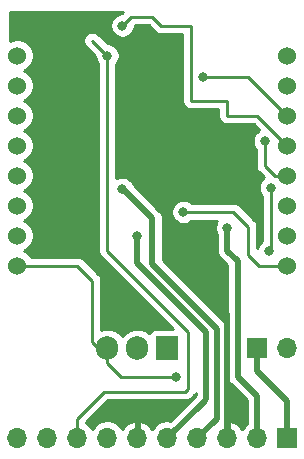
<source format=gbr>
G04 #@! TF.GenerationSoftware,KiCad,Pcbnew,5.1.5+dfsg1-2build2*
G04 #@! TF.CreationDate,2020-08-03T23:06:02+02:00*
G04 #@! TF.ProjectId,transistor_board,7472616e-7369-4737-946f-725f626f6172,rev?*
G04 #@! TF.SameCoordinates,Original*
G04 #@! TF.FileFunction,Copper,L2,Bot*
G04 #@! TF.FilePolarity,Positive*
%FSLAX46Y46*%
G04 Gerber Fmt 4.6, Leading zero omitted, Abs format (unit mm)*
G04 Created by KiCad (PCBNEW 5.1.5+dfsg1-2build2) date 2020-08-03 23:06:02*
%MOMM*%
%LPD*%
G04 APERTURE LIST*
%ADD10O,1.905000X2.000000*%
%ADD11R,1.905000X2.000000*%
%ADD12C,1.524000*%
%ADD13O,1.700000X1.700000*%
%ADD14R,1.700000X1.700000*%
%ADD15C,0.800000*%
%ADD16C,0.500000*%
%ADD17C,0.250000*%
%ADD18C,0.254000*%
G04 APERTURE END LIST*
D10*
X121920000Y-126365000D03*
X124460000Y-126365000D03*
D11*
X127000000Y-126365000D03*
D12*
X114300000Y-119380000D03*
X114300000Y-116840000D03*
X114300000Y-114300000D03*
X114300000Y-111760000D03*
X114300000Y-109220000D03*
X114300000Y-106680000D03*
X114300000Y-104140000D03*
X114300000Y-101600000D03*
X137160000Y-101600000D03*
X137160000Y-104140000D03*
X137160000Y-106680000D03*
X137160000Y-109220000D03*
X137160000Y-111760000D03*
X137160000Y-114300000D03*
X137160000Y-116840000D03*
X137160000Y-119380000D03*
D13*
X137160000Y-126365000D03*
D14*
X134620000Y-126365000D03*
D13*
X114300000Y-133985000D03*
X116840000Y-133985000D03*
X119380000Y-133985000D03*
X121920000Y-133985000D03*
X124460000Y-133985000D03*
X127000000Y-133985000D03*
X129540000Y-133985000D03*
X132080000Y-133985000D03*
X134620000Y-133985000D03*
D14*
X137160000Y-133985000D03*
D15*
X132080000Y-109855000D03*
X124206000Y-109220000D03*
X127508000Y-102616000D03*
X129286000Y-120650000D03*
X128360001Y-114844999D03*
X127762000Y-128778000D03*
X132080000Y-116205000D03*
X121920000Y-101600000D03*
X124460000Y-116840000D03*
X123190000Y-112903000D03*
X135763000Y-112776000D03*
X135636000Y-118109996D03*
X135255000Y-108839000D03*
X130048000Y-103378000D03*
X123190000Y-99060000D03*
D16*
X137160000Y-130810000D02*
X137160000Y-133985000D01*
X134620000Y-128270000D02*
X137160000Y-130810000D01*
X134620000Y-126365000D02*
X134620000Y-128270000D01*
D17*
X127000000Y-109220000D02*
X125730000Y-109220000D01*
X128905000Y-109220000D02*
X128905000Y-109220000D01*
D16*
X131445000Y-109220000D02*
X132080000Y-109855000D01*
D17*
X125730000Y-109220000D02*
X124206000Y-109220000D01*
X124206000Y-109220000D02*
X124206000Y-109220000D01*
X127508000Y-102616000D02*
X127508000Y-102616000D01*
X127508000Y-102616000D02*
X127508000Y-109093000D01*
X132080000Y-123444000D02*
X132080000Y-126238000D01*
D16*
X129286000Y-120650000D02*
X132080000Y-123444000D01*
X127000000Y-109220000D02*
X131445000Y-109220000D01*
X127000000Y-118364000D02*
X127000000Y-109220000D01*
X129286000Y-120650000D02*
X127000000Y-118364000D01*
X132080000Y-123444000D02*
X132080000Y-133985000D01*
D17*
X131535001Y-114844999D02*
X128360001Y-114844999D01*
X128360001Y-114844999D02*
X128360001Y-114844999D01*
X132588000Y-114808000D02*
X131535001Y-114844999D01*
X137160000Y-119380000D02*
X134747000Y-119380000D01*
X133858000Y-118491000D02*
X133858000Y-116078000D01*
X134747000Y-119380000D02*
X133858000Y-118491000D01*
X133858000Y-116078000D02*
X132588000Y-114808000D01*
X121158000Y-126365000D02*
X121920000Y-126365000D01*
X120650000Y-125857000D02*
X121158000Y-126365000D01*
X120650000Y-120650000D02*
X120650000Y-125857000D01*
X119380000Y-119380000D02*
X120650000Y-120650000D01*
X114300000Y-119380000D02*
X119380000Y-119380000D01*
X121920000Y-127615000D02*
X123083000Y-128778000D01*
X121920000Y-126365000D02*
X121920000Y-127615000D01*
X123083000Y-128778000D02*
X127196315Y-128778000D01*
X127196315Y-128778000D02*
X127762000Y-128778000D01*
D16*
X134620000Y-130429000D02*
X134620000Y-133985000D01*
X132969000Y-128778000D02*
X134620000Y-130429000D01*
X132969000Y-118999000D02*
X132969000Y-128778000D01*
X132080000Y-118110000D02*
X132969000Y-118999000D01*
X132080000Y-116205000D02*
X132080000Y-118110000D01*
D17*
X120650000Y-100330000D02*
X121920000Y-101600000D01*
X121920000Y-101600000D02*
X121920000Y-101600000D01*
X119380000Y-133985000D02*
X119380000Y-132782919D01*
X121666000Y-130048000D02*
X119824500Y-131889500D01*
X128524000Y-130048000D02*
X121666000Y-130048000D01*
X128778000Y-129794000D02*
X128524000Y-130048000D01*
X121920000Y-118110000D02*
X128778000Y-124968000D01*
X128778000Y-124968000D02*
X128778000Y-129794000D01*
X121920000Y-101600000D02*
X121920000Y-118110000D01*
X119380000Y-132334000D02*
X119380000Y-133985000D01*
X119824500Y-131889500D02*
X119380000Y-132334000D01*
D16*
X130175000Y-130810000D02*
X127000000Y-133985000D01*
D17*
X130302000Y-130683000D02*
X130175000Y-130810000D01*
D16*
X124460000Y-119126000D02*
X130302000Y-124968000D01*
X130302000Y-124968000D02*
X130302000Y-130683000D01*
X124460000Y-116840000D02*
X124460000Y-119126000D01*
X131191000Y-132334000D02*
X129540000Y-133985000D01*
X131191000Y-124712590D02*
X131191000Y-132334000D01*
X125730000Y-119251590D02*
X131191000Y-124712590D01*
X125730000Y-115385315D02*
X125730000Y-119251590D01*
X123247685Y-112903000D02*
X125730000Y-115385315D01*
D17*
X123247685Y-112903000D02*
X123190000Y-112903000D01*
X135509000Y-118110000D02*
X135509000Y-118110000D01*
X135763000Y-112776000D02*
X135763000Y-117982996D01*
X135763000Y-117982996D02*
X135636000Y-118109996D01*
X136082370Y-111760000D02*
X135255000Y-110932630D01*
X135255000Y-110932630D02*
X135255000Y-108839000D01*
X137160000Y-111760000D02*
X136082370Y-111760000D01*
X130613685Y-103378000D02*
X130048000Y-103378000D01*
X137160000Y-106680000D02*
X133858000Y-103378000D01*
X133858000Y-103378000D02*
X130613685Y-103378000D01*
X123190000Y-99060000D02*
X123190000Y-99060000D01*
X126492000Y-99060000D02*
X125730000Y-98298000D01*
X129032000Y-99060000D02*
X126492000Y-99060000D01*
X129032000Y-105410000D02*
X129032000Y-99060000D01*
X123952000Y-98298000D02*
X123190000Y-99060000D01*
X125730000Y-98298000D02*
X123952000Y-98298000D01*
X132080000Y-105410000D02*
X129032000Y-105410000D01*
X132080000Y-106680000D02*
X132080000Y-105410000D01*
X134620000Y-106680000D02*
X132080000Y-106680000D01*
X137160000Y-109220000D02*
X134620000Y-106680000D01*
D18*
G36*
X129417001Y-130316420D02*
G01*
X127218961Y-132514461D01*
X127146260Y-132500000D01*
X126853740Y-132500000D01*
X126566842Y-132557068D01*
X126296589Y-132669010D01*
X126053368Y-132831525D01*
X125846525Y-133038368D01*
X125724805Y-133220534D01*
X125655178Y-133103645D01*
X125460269Y-132887412D01*
X125226920Y-132713359D01*
X124964099Y-132588175D01*
X124816890Y-132543524D01*
X124587000Y-132664845D01*
X124587000Y-133858000D01*
X124607000Y-133858000D01*
X124607000Y-134112000D01*
X124587000Y-134112000D01*
X124587000Y-134132000D01*
X124333000Y-134132000D01*
X124333000Y-134112000D01*
X124313000Y-134112000D01*
X124313000Y-133858000D01*
X124333000Y-133858000D01*
X124333000Y-132664845D01*
X124103110Y-132543524D01*
X123955901Y-132588175D01*
X123693080Y-132713359D01*
X123459731Y-132887412D01*
X123264822Y-133103645D01*
X123195195Y-133220534D01*
X123073475Y-133038368D01*
X122866632Y-132831525D01*
X122623411Y-132669010D01*
X122353158Y-132557068D01*
X122066260Y-132500000D01*
X121773740Y-132500000D01*
X121486842Y-132557068D01*
X121216589Y-132669010D01*
X120973368Y-132831525D01*
X120766525Y-133038368D01*
X120650000Y-133212760D01*
X120533475Y-133038368D01*
X120326632Y-132831525D01*
X120140000Y-132706822D01*
X120140000Y-132648801D01*
X120388299Y-132400502D01*
X121980802Y-130808000D01*
X128486678Y-130808000D01*
X128524000Y-130811676D01*
X128561322Y-130808000D01*
X128561333Y-130808000D01*
X128672986Y-130797003D01*
X128816247Y-130753546D01*
X128948276Y-130682974D01*
X129064001Y-130588001D01*
X129087804Y-130558997D01*
X129288997Y-130357804D01*
X129318001Y-130334001D01*
X129412974Y-130218276D01*
X129417001Y-130210742D01*
X129417001Y-130316420D01*
G37*
X129417001Y-130316420D02*
X127218961Y-132514461D01*
X127146260Y-132500000D01*
X126853740Y-132500000D01*
X126566842Y-132557068D01*
X126296589Y-132669010D01*
X126053368Y-132831525D01*
X125846525Y-133038368D01*
X125724805Y-133220534D01*
X125655178Y-133103645D01*
X125460269Y-132887412D01*
X125226920Y-132713359D01*
X124964099Y-132588175D01*
X124816890Y-132543524D01*
X124587000Y-132664845D01*
X124587000Y-133858000D01*
X124607000Y-133858000D01*
X124607000Y-134112000D01*
X124587000Y-134112000D01*
X124587000Y-134132000D01*
X124333000Y-134132000D01*
X124333000Y-134112000D01*
X124313000Y-134112000D01*
X124313000Y-133858000D01*
X124333000Y-133858000D01*
X124333000Y-132664845D01*
X124103110Y-132543524D01*
X123955901Y-132588175D01*
X123693080Y-132713359D01*
X123459731Y-132887412D01*
X123264822Y-133103645D01*
X123195195Y-133220534D01*
X123073475Y-133038368D01*
X122866632Y-132831525D01*
X122623411Y-132669010D01*
X122353158Y-132557068D01*
X122066260Y-132500000D01*
X121773740Y-132500000D01*
X121486842Y-132557068D01*
X121216589Y-132669010D01*
X120973368Y-132831525D01*
X120766525Y-133038368D01*
X120650000Y-133212760D01*
X120533475Y-133038368D01*
X120326632Y-132831525D01*
X120140000Y-132706822D01*
X120140000Y-132648801D01*
X120388299Y-132400502D01*
X121980802Y-130808000D01*
X128486678Y-130808000D01*
X128524000Y-130811676D01*
X128561322Y-130808000D01*
X128561333Y-130808000D01*
X128672986Y-130797003D01*
X128816247Y-130753546D01*
X128948276Y-130682974D01*
X129064001Y-130588001D01*
X129087804Y-130558997D01*
X129288997Y-130357804D01*
X129318001Y-130334001D01*
X129412974Y-130218276D01*
X129417001Y-130210742D01*
X129417001Y-130316420D01*
G36*
X123150198Y-98025000D02*
G01*
X123088061Y-98025000D01*
X122888102Y-98064774D01*
X122699744Y-98142795D01*
X122530226Y-98256063D01*
X122386063Y-98400226D01*
X122272795Y-98569744D01*
X122194774Y-98758102D01*
X122155000Y-98958061D01*
X122155000Y-99161939D01*
X122194774Y-99361898D01*
X122272795Y-99550256D01*
X122386063Y-99719774D01*
X122530226Y-99863937D01*
X122699744Y-99977205D01*
X122888102Y-100055226D01*
X123088061Y-100095000D01*
X123291939Y-100095000D01*
X123491898Y-100055226D01*
X123680256Y-99977205D01*
X123849774Y-99863937D01*
X123993937Y-99719774D01*
X124107205Y-99550256D01*
X124185226Y-99361898D01*
X124225000Y-99161939D01*
X124225000Y-99099802D01*
X124266802Y-99058000D01*
X125415199Y-99058000D01*
X125928201Y-99571002D01*
X125951999Y-99600001D01*
X126067724Y-99694974D01*
X126199753Y-99765546D01*
X126343014Y-99809003D01*
X126454667Y-99820000D01*
X126454675Y-99820000D01*
X126492000Y-99823676D01*
X126529325Y-99820000D01*
X128272001Y-99820000D01*
X128272000Y-105372667D01*
X128268323Y-105410000D01*
X128282997Y-105558986D01*
X128326454Y-105702247D01*
X128397026Y-105834276D01*
X128491999Y-105950001D01*
X128607724Y-106044974D01*
X128739753Y-106115546D01*
X128883014Y-106159003D01*
X128984484Y-106168997D01*
X129032000Y-106173677D01*
X129069333Y-106170000D01*
X131320000Y-106170000D01*
X131320000Y-106642667D01*
X131316323Y-106680000D01*
X131330997Y-106828986D01*
X131374454Y-106972247D01*
X131445026Y-107104276D01*
X131516200Y-107191002D01*
X131539999Y-107220001D01*
X131655724Y-107314974D01*
X131787753Y-107385546D01*
X131931014Y-107429003D01*
X132080000Y-107443677D01*
X132117333Y-107440000D01*
X134305199Y-107440000D01*
X134780477Y-107915278D01*
X134764744Y-107921795D01*
X134595226Y-108035063D01*
X134451063Y-108179226D01*
X134337795Y-108348744D01*
X134259774Y-108537102D01*
X134220000Y-108737061D01*
X134220000Y-108940939D01*
X134259774Y-109140898D01*
X134337795Y-109329256D01*
X134451063Y-109498774D01*
X134495001Y-109542712D01*
X134495000Y-110895307D01*
X134491324Y-110932630D01*
X134495000Y-110969952D01*
X134495000Y-110969962D01*
X134505997Y-111081615D01*
X134547975Y-111219999D01*
X134549454Y-111224876D01*
X134620026Y-111356906D01*
X134659871Y-111405456D01*
X134714999Y-111472631D01*
X134744002Y-111496433D01*
X135173006Y-111925438D01*
X135103226Y-111972063D01*
X134959063Y-112116226D01*
X134845795Y-112285744D01*
X134767774Y-112474102D01*
X134728000Y-112674061D01*
X134728000Y-112877939D01*
X134767774Y-113077898D01*
X134845795Y-113266256D01*
X134959063Y-113435774D01*
X135003000Y-113479711D01*
X135003001Y-117288169D01*
X134976226Y-117306059D01*
X134832063Y-117450222D01*
X134718795Y-117619740D01*
X134640774Y-117808098D01*
X134618000Y-117922592D01*
X134618000Y-116115322D01*
X134621676Y-116077999D01*
X134618000Y-116040676D01*
X134618000Y-116040667D01*
X134607003Y-115929014D01*
X134563546Y-115785753D01*
X134492974Y-115653724D01*
X134398001Y-115537999D01*
X134369003Y-115514201D01*
X133142346Y-114287545D01*
X133108705Y-114249370D01*
X133059827Y-114212051D01*
X133012276Y-114173026D01*
X133000406Y-114166681D01*
X132989717Y-114158520D01*
X132934503Y-114131455D01*
X132880246Y-114102454D01*
X132867372Y-114098549D01*
X132855291Y-114092627D01*
X132795831Y-114076848D01*
X132736985Y-114058998D01*
X132723598Y-114057680D01*
X132710592Y-114054228D01*
X132649195Y-114050351D01*
X132588000Y-114044324D01*
X132537378Y-114049310D01*
X131521663Y-114084999D01*
X129063712Y-114084999D01*
X129019775Y-114041062D01*
X128850257Y-113927794D01*
X128661899Y-113849773D01*
X128461940Y-113809999D01*
X128258062Y-113809999D01*
X128058103Y-113849773D01*
X127869745Y-113927794D01*
X127700227Y-114041062D01*
X127556064Y-114185225D01*
X127442796Y-114354743D01*
X127364775Y-114543101D01*
X127325001Y-114743060D01*
X127325001Y-114946938D01*
X127364775Y-115146897D01*
X127442796Y-115335255D01*
X127556064Y-115504773D01*
X127700227Y-115648936D01*
X127869745Y-115762204D01*
X128058103Y-115840225D01*
X128258062Y-115879999D01*
X128461940Y-115879999D01*
X128661899Y-115840225D01*
X128850257Y-115762204D01*
X129019775Y-115648936D01*
X129063712Y-115604999D01*
X131236124Y-115604999D01*
X131162795Y-115714744D01*
X131084774Y-115903102D01*
X131045000Y-116103061D01*
X131045000Y-116306939D01*
X131084774Y-116506898D01*
X131162795Y-116695256D01*
X131195000Y-116743455D01*
X131195001Y-118066521D01*
X131190719Y-118110000D01*
X131207805Y-118283490D01*
X131258412Y-118450313D01*
X131340590Y-118604059D01*
X131423468Y-118705046D01*
X131423471Y-118705049D01*
X131451184Y-118738817D01*
X131484951Y-118766529D01*
X132084000Y-119365579D01*
X132084001Y-128734521D01*
X132079719Y-128778000D01*
X132096805Y-128951490D01*
X132147412Y-129118313D01*
X132229590Y-129272059D01*
X132312468Y-129373046D01*
X132312471Y-129373049D01*
X132340184Y-129406817D01*
X132373951Y-129434529D01*
X133735000Y-130795579D01*
X133735001Y-132790343D01*
X133673368Y-132831525D01*
X133466525Y-133038368D01*
X133344805Y-133220534D01*
X133275178Y-133103645D01*
X133080269Y-132887412D01*
X132846920Y-132713359D01*
X132584099Y-132588175D01*
X132436890Y-132543524D01*
X132207000Y-132664845D01*
X132207000Y-133858000D01*
X132227000Y-133858000D01*
X132227000Y-134112000D01*
X132207000Y-134112000D01*
X132207000Y-134132000D01*
X131953000Y-134132000D01*
X131953000Y-134112000D01*
X131933000Y-134112000D01*
X131933000Y-133858000D01*
X131953000Y-133858000D01*
X131953000Y-132785798D01*
X132012589Y-132674314D01*
X132063195Y-132507490D01*
X132064851Y-132490672D01*
X132076000Y-132377477D01*
X132076000Y-132377469D01*
X132080281Y-132334000D01*
X132076000Y-132290531D01*
X132076000Y-124756055D01*
X132080281Y-124712589D01*
X132076000Y-124669123D01*
X132076000Y-124669113D01*
X132063195Y-124539100D01*
X132012589Y-124372277D01*
X131930411Y-124218531D01*
X131819817Y-124083773D01*
X131786051Y-124056062D01*
X126615000Y-118885012D01*
X126615000Y-115428784D01*
X126619281Y-115385315D01*
X126615000Y-115341846D01*
X126615000Y-115341838D01*
X126602195Y-115211825D01*
X126579571Y-115137246D01*
X126551589Y-115045001D01*
X126469411Y-114891256D01*
X126386532Y-114790268D01*
X126386530Y-114790266D01*
X126358817Y-114756498D01*
X126325050Y-114728786D01*
X124176642Y-112580379D01*
X124107205Y-112412744D01*
X123993937Y-112243226D01*
X123849774Y-112099063D01*
X123680256Y-111985795D01*
X123491898Y-111907774D01*
X123291939Y-111868000D01*
X123088061Y-111868000D01*
X122888102Y-111907774D01*
X122699744Y-111985795D01*
X122680000Y-111998987D01*
X122680000Y-102303711D01*
X122723937Y-102259774D01*
X122837205Y-102090256D01*
X122915226Y-101901898D01*
X122955000Y-101701939D01*
X122955000Y-101498061D01*
X122915226Y-101298102D01*
X122837205Y-101109744D01*
X122723937Y-100940226D01*
X122579774Y-100796063D01*
X122410256Y-100682795D01*
X122221898Y-100604774D01*
X122021939Y-100565000D01*
X121959802Y-100565000D01*
X121161002Y-99766201D01*
X121074276Y-99695026D01*
X120942246Y-99624454D01*
X120798985Y-99580998D01*
X120650000Y-99566324D01*
X120501015Y-99580998D01*
X120357754Y-99624454D01*
X120225724Y-99695026D01*
X120109999Y-99789999D01*
X120015026Y-99905724D01*
X119944454Y-100037754D01*
X119900998Y-100181015D01*
X119886324Y-100330000D01*
X119900998Y-100478985D01*
X119944454Y-100622246D01*
X120015026Y-100754276D01*
X120086201Y-100841002D01*
X120885000Y-101639802D01*
X120885000Y-101701939D01*
X120924774Y-101901898D01*
X121002795Y-102090256D01*
X121116063Y-102259774D01*
X121160000Y-102303711D01*
X121160001Y-118072667D01*
X121156324Y-118110000D01*
X121160001Y-118147333D01*
X121170998Y-118258986D01*
X121178431Y-118283490D01*
X121214454Y-118402246D01*
X121285026Y-118534276D01*
X121334909Y-118595058D01*
X121380000Y-118650001D01*
X121408998Y-118673799D01*
X127462126Y-124726928D01*
X126047500Y-124726928D01*
X125923018Y-124739188D01*
X125803320Y-124775498D01*
X125693006Y-124834463D01*
X125596315Y-124913815D01*
X125516963Y-125010506D01*
X125472095Y-125094446D01*
X125346235Y-124991155D01*
X125070449Y-124843745D01*
X124771204Y-124752970D01*
X124460000Y-124722319D01*
X124148797Y-124752970D01*
X123849552Y-124843745D01*
X123573766Y-124991155D01*
X123332037Y-125189537D01*
X123190000Y-125362609D01*
X123047963Y-125189537D01*
X122806235Y-124991155D01*
X122530449Y-124843745D01*
X122231204Y-124752970D01*
X121920000Y-124722319D01*
X121608797Y-124752970D01*
X121410000Y-124813274D01*
X121410000Y-120687322D01*
X121413676Y-120649999D01*
X121410000Y-120612676D01*
X121410000Y-120612667D01*
X121399003Y-120501014D01*
X121355546Y-120357753D01*
X121284974Y-120225724D01*
X121190001Y-120109999D01*
X121161004Y-120086202D01*
X119943804Y-118869003D01*
X119920001Y-118839999D01*
X119804276Y-118745026D01*
X119672247Y-118674454D01*
X119528986Y-118630997D01*
X119417333Y-118620000D01*
X119417322Y-118620000D01*
X119380000Y-118616324D01*
X119342678Y-118620000D01*
X115472341Y-118620000D01*
X115385120Y-118489465D01*
X115190535Y-118294880D01*
X114961727Y-118141995D01*
X114884485Y-118110000D01*
X114961727Y-118078005D01*
X115190535Y-117925120D01*
X115385120Y-117730535D01*
X115538005Y-117501727D01*
X115643314Y-117247490D01*
X115697000Y-116977592D01*
X115697000Y-116702408D01*
X115643314Y-116432510D01*
X115538005Y-116178273D01*
X115385120Y-115949465D01*
X115190535Y-115754880D01*
X114961727Y-115601995D01*
X114884485Y-115570000D01*
X114961727Y-115538005D01*
X115190535Y-115385120D01*
X115385120Y-115190535D01*
X115538005Y-114961727D01*
X115643314Y-114707490D01*
X115697000Y-114437592D01*
X115697000Y-114162408D01*
X115643314Y-113892510D01*
X115538005Y-113638273D01*
X115385120Y-113409465D01*
X115190535Y-113214880D01*
X114961727Y-113061995D01*
X114884485Y-113030000D01*
X114961727Y-112998005D01*
X115190535Y-112845120D01*
X115385120Y-112650535D01*
X115538005Y-112421727D01*
X115643314Y-112167490D01*
X115697000Y-111897592D01*
X115697000Y-111622408D01*
X115643314Y-111352510D01*
X115538005Y-111098273D01*
X115385120Y-110869465D01*
X115190535Y-110674880D01*
X114961727Y-110521995D01*
X114884485Y-110490000D01*
X114961727Y-110458005D01*
X115190535Y-110305120D01*
X115385120Y-110110535D01*
X115538005Y-109881727D01*
X115643314Y-109627490D01*
X115697000Y-109357592D01*
X115697000Y-109082408D01*
X115643314Y-108812510D01*
X115538005Y-108558273D01*
X115385120Y-108329465D01*
X115190535Y-108134880D01*
X114961727Y-107981995D01*
X114884485Y-107950000D01*
X114961727Y-107918005D01*
X115190535Y-107765120D01*
X115385120Y-107570535D01*
X115538005Y-107341727D01*
X115643314Y-107087490D01*
X115697000Y-106817592D01*
X115697000Y-106542408D01*
X115643314Y-106272510D01*
X115538005Y-106018273D01*
X115385120Y-105789465D01*
X115190535Y-105594880D01*
X114961727Y-105441995D01*
X114884485Y-105410000D01*
X114961727Y-105378005D01*
X115190535Y-105225120D01*
X115385120Y-105030535D01*
X115538005Y-104801727D01*
X115643314Y-104547490D01*
X115697000Y-104277592D01*
X115697000Y-104002408D01*
X115643314Y-103732510D01*
X115538005Y-103478273D01*
X115385120Y-103249465D01*
X115190535Y-103054880D01*
X114961727Y-102901995D01*
X114884485Y-102870000D01*
X114961727Y-102838005D01*
X115190535Y-102685120D01*
X115385120Y-102490535D01*
X115538005Y-102261727D01*
X115643314Y-102007490D01*
X115697000Y-101737592D01*
X115697000Y-101462408D01*
X115643314Y-101192510D01*
X115538005Y-100938273D01*
X115385120Y-100709465D01*
X115190535Y-100514880D01*
X114961727Y-100361995D01*
X114707490Y-100256686D01*
X114437592Y-100203000D01*
X114162408Y-100203000D01*
X113892510Y-100256686D01*
X113690000Y-100340569D01*
X113690000Y-97942000D01*
X123233198Y-97942000D01*
X123150198Y-98025000D01*
G37*
X123150198Y-98025000D02*
X123088061Y-98025000D01*
X122888102Y-98064774D01*
X122699744Y-98142795D01*
X122530226Y-98256063D01*
X122386063Y-98400226D01*
X122272795Y-98569744D01*
X122194774Y-98758102D01*
X122155000Y-98958061D01*
X122155000Y-99161939D01*
X122194774Y-99361898D01*
X122272795Y-99550256D01*
X122386063Y-99719774D01*
X122530226Y-99863937D01*
X122699744Y-99977205D01*
X122888102Y-100055226D01*
X123088061Y-100095000D01*
X123291939Y-100095000D01*
X123491898Y-100055226D01*
X123680256Y-99977205D01*
X123849774Y-99863937D01*
X123993937Y-99719774D01*
X124107205Y-99550256D01*
X124185226Y-99361898D01*
X124225000Y-99161939D01*
X124225000Y-99099802D01*
X124266802Y-99058000D01*
X125415199Y-99058000D01*
X125928201Y-99571002D01*
X125951999Y-99600001D01*
X126067724Y-99694974D01*
X126199753Y-99765546D01*
X126343014Y-99809003D01*
X126454667Y-99820000D01*
X126454675Y-99820000D01*
X126492000Y-99823676D01*
X126529325Y-99820000D01*
X128272001Y-99820000D01*
X128272000Y-105372667D01*
X128268323Y-105410000D01*
X128282997Y-105558986D01*
X128326454Y-105702247D01*
X128397026Y-105834276D01*
X128491999Y-105950001D01*
X128607724Y-106044974D01*
X128739753Y-106115546D01*
X128883014Y-106159003D01*
X128984484Y-106168997D01*
X129032000Y-106173677D01*
X129069333Y-106170000D01*
X131320000Y-106170000D01*
X131320000Y-106642667D01*
X131316323Y-106680000D01*
X131330997Y-106828986D01*
X131374454Y-106972247D01*
X131445026Y-107104276D01*
X131516200Y-107191002D01*
X131539999Y-107220001D01*
X131655724Y-107314974D01*
X131787753Y-107385546D01*
X131931014Y-107429003D01*
X132080000Y-107443677D01*
X132117333Y-107440000D01*
X134305199Y-107440000D01*
X134780477Y-107915278D01*
X134764744Y-107921795D01*
X134595226Y-108035063D01*
X134451063Y-108179226D01*
X134337795Y-108348744D01*
X134259774Y-108537102D01*
X134220000Y-108737061D01*
X134220000Y-108940939D01*
X134259774Y-109140898D01*
X134337795Y-109329256D01*
X134451063Y-109498774D01*
X134495001Y-109542712D01*
X134495000Y-110895307D01*
X134491324Y-110932630D01*
X134495000Y-110969952D01*
X134495000Y-110969962D01*
X134505997Y-111081615D01*
X134547975Y-111219999D01*
X134549454Y-111224876D01*
X134620026Y-111356906D01*
X134659871Y-111405456D01*
X134714999Y-111472631D01*
X134744002Y-111496433D01*
X135173006Y-111925438D01*
X135103226Y-111972063D01*
X134959063Y-112116226D01*
X134845795Y-112285744D01*
X134767774Y-112474102D01*
X134728000Y-112674061D01*
X134728000Y-112877939D01*
X134767774Y-113077898D01*
X134845795Y-113266256D01*
X134959063Y-113435774D01*
X135003000Y-113479711D01*
X135003001Y-117288169D01*
X134976226Y-117306059D01*
X134832063Y-117450222D01*
X134718795Y-117619740D01*
X134640774Y-117808098D01*
X134618000Y-117922592D01*
X134618000Y-116115322D01*
X134621676Y-116077999D01*
X134618000Y-116040676D01*
X134618000Y-116040667D01*
X134607003Y-115929014D01*
X134563546Y-115785753D01*
X134492974Y-115653724D01*
X134398001Y-115537999D01*
X134369003Y-115514201D01*
X133142346Y-114287545D01*
X133108705Y-114249370D01*
X133059827Y-114212051D01*
X133012276Y-114173026D01*
X133000406Y-114166681D01*
X132989717Y-114158520D01*
X132934503Y-114131455D01*
X132880246Y-114102454D01*
X132867372Y-114098549D01*
X132855291Y-114092627D01*
X132795831Y-114076848D01*
X132736985Y-114058998D01*
X132723598Y-114057680D01*
X132710592Y-114054228D01*
X132649195Y-114050351D01*
X132588000Y-114044324D01*
X132537378Y-114049310D01*
X131521663Y-114084999D01*
X129063712Y-114084999D01*
X129019775Y-114041062D01*
X128850257Y-113927794D01*
X128661899Y-113849773D01*
X128461940Y-113809999D01*
X128258062Y-113809999D01*
X128058103Y-113849773D01*
X127869745Y-113927794D01*
X127700227Y-114041062D01*
X127556064Y-114185225D01*
X127442796Y-114354743D01*
X127364775Y-114543101D01*
X127325001Y-114743060D01*
X127325001Y-114946938D01*
X127364775Y-115146897D01*
X127442796Y-115335255D01*
X127556064Y-115504773D01*
X127700227Y-115648936D01*
X127869745Y-115762204D01*
X128058103Y-115840225D01*
X128258062Y-115879999D01*
X128461940Y-115879999D01*
X128661899Y-115840225D01*
X128850257Y-115762204D01*
X129019775Y-115648936D01*
X129063712Y-115604999D01*
X131236124Y-115604999D01*
X131162795Y-115714744D01*
X131084774Y-115903102D01*
X131045000Y-116103061D01*
X131045000Y-116306939D01*
X131084774Y-116506898D01*
X131162795Y-116695256D01*
X131195000Y-116743455D01*
X131195001Y-118066521D01*
X131190719Y-118110000D01*
X131207805Y-118283490D01*
X131258412Y-118450313D01*
X131340590Y-118604059D01*
X131423468Y-118705046D01*
X131423471Y-118705049D01*
X131451184Y-118738817D01*
X131484951Y-118766529D01*
X132084000Y-119365579D01*
X132084001Y-128734521D01*
X132079719Y-128778000D01*
X132096805Y-128951490D01*
X132147412Y-129118313D01*
X132229590Y-129272059D01*
X132312468Y-129373046D01*
X132312471Y-129373049D01*
X132340184Y-129406817D01*
X132373951Y-129434529D01*
X133735000Y-130795579D01*
X133735001Y-132790343D01*
X133673368Y-132831525D01*
X133466525Y-133038368D01*
X133344805Y-133220534D01*
X133275178Y-133103645D01*
X133080269Y-132887412D01*
X132846920Y-132713359D01*
X132584099Y-132588175D01*
X132436890Y-132543524D01*
X132207000Y-132664845D01*
X132207000Y-133858000D01*
X132227000Y-133858000D01*
X132227000Y-134112000D01*
X132207000Y-134112000D01*
X132207000Y-134132000D01*
X131953000Y-134132000D01*
X131953000Y-134112000D01*
X131933000Y-134112000D01*
X131933000Y-133858000D01*
X131953000Y-133858000D01*
X131953000Y-132785798D01*
X132012589Y-132674314D01*
X132063195Y-132507490D01*
X132064851Y-132490672D01*
X132076000Y-132377477D01*
X132076000Y-132377469D01*
X132080281Y-132334000D01*
X132076000Y-132290531D01*
X132076000Y-124756055D01*
X132080281Y-124712589D01*
X132076000Y-124669123D01*
X132076000Y-124669113D01*
X132063195Y-124539100D01*
X132012589Y-124372277D01*
X131930411Y-124218531D01*
X131819817Y-124083773D01*
X131786051Y-124056062D01*
X126615000Y-118885012D01*
X126615000Y-115428784D01*
X126619281Y-115385315D01*
X126615000Y-115341846D01*
X126615000Y-115341838D01*
X126602195Y-115211825D01*
X126579571Y-115137246D01*
X126551589Y-115045001D01*
X126469411Y-114891256D01*
X126386532Y-114790268D01*
X126386530Y-114790266D01*
X126358817Y-114756498D01*
X126325050Y-114728786D01*
X124176642Y-112580379D01*
X124107205Y-112412744D01*
X123993937Y-112243226D01*
X123849774Y-112099063D01*
X123680256Y-111985795D01*
X123491898Y-111907774D01*
X123291939Y-111868000D01*
X123088061Y-111868000D01*
X122888102Y-111907774D01*
X122699744Y-111985795D01*
X122680000Y-111998987D01*
X122680000Y-102303711D01*
X122723937Y-102259774D01*
X122837205Y-102090256D01*
X122915226Y-101901898D01*
X122955000Y-101701939D01*
X122955000Y-101498061D01*
X122915226Y-101298102D01*
X122837205Y-101109744D01*
X122723937Y-100940226D01*
X122579774Y-100796063D01*
X122410256Y-100682795D01*
X122221898Y-100604774D01*
X122021939Y-100565000D01*
X121959802Y-100565000D01*
X121161002Y-99766201D01*
X121074276Y-99695026D01*
X120942246Y-99624454D01*
X120798985Y-99580998D01*
X120650000Y-99566324D01*
X120501015Y-99580998D01*
X120357754Y-99624454D01*
X120225724Y-99695026D01*
X120109999Y-99789999D01*
X120015026Y-99905724D01*
X119944454Y-100037754D01*
X119900998Y-100181015D01*
X119886324Y-100330000D01*
X119900998Y-100478985D01*
X119944454Y-100622246D01*
X120015026Y-100754276D01*
X120086201Y-100841002D01*
X120885000Y-101639802D01*
X120885000Y-101701939D01*
X120924774Y-101901898D01*
X121002795Y-102090256D01*
X121116063Y-102259774D01*
X121160000Y-102303711D01*
X121160001Y-118072667D01*
X121156324Y-118110000D01*
X121160001Y-118147333D01*
X121170998Y-118258986D01*
X121178431Y-118283490D01*
X121214454Y-118402246D01*
X121285026Y-118534276D01*
X121334909Y-118595058D01*
X121380000Y-118650001D01*
X121408998Y-118673799D01*
X127462126Y-124726928D01*
X126047500Y-124726928D01*
X125923018Y-124739188D01*
X125803320Y-124775498D01*
X125693006Y-124834463D01*
X125596315Y-124913815D01*
X125516963Y-125010506D01*
X125472095Y-125094446D01*
X125346235Y-124991155D01*
X125070449Y-124843745D01*
X124771204Y-124752970D01*
X124460000Y-124722319D01*
X124148797Y-124752970D01*
X123849552Y-124843745D01*
X123573766Y-124991155D01*
X123332037Y-125189537D01*
X123190000Y-125362609D01*
X123047963Y-125189537D01*
X122806235Y-124991155D01*
X122530449Y-124843745D01*
X122231204Y-124752970D01*
X121920000Y-124722319D01*
X121608797Y-124752970D01*
X121410000Y-124813274D01*
X121410000Y-120687322D01*
X121413676Y-120649999D01*
X121410000Y-120612676D01*
X121410000Y-120612667D01*
X121399003Y-120501014D01*
X121355546Y-120357753D01*
X121284974Y-120225724D01*
X121190001Y-120109999D01*
X121161004Y-120086202D01*
X119943804Y-118869003D01*
X119920001Y-118839999D01*
X119804276Y-118745026D01*
X119672247Y-118674454D01*
X119528986Y-118630997D01*
X119417333Y-118620000D01*
X119417322Y-118620000D01*
X119380000Y-118616324D01*
X119342678Y-118620000D01*
X115472341Y-118620000D01*
X115385120Y-118489465D01*
X115190535Y-118294880D01*
X114961727Y-118141995D01*
X114884485Y-118110000D01*
X114961727Y-118078005D01*
X115190535Y-117925120D01*
X115385120Y-117730535D01*
X115538005Y-117501727D01*
X115643314Y-117247490D01*
X115697000Y-116977592D01*
X115697000Y-116702408D01*
X115643314Y-116432510D01*
X115538005Y-116178273D01*
X115385120Y-115949465D01*
X115190535Y-115754880D01*
X114961727Y-115601995D01*
X114884485Y-115570000D01*
X114961727Y-115538005D01*
X115190535Y-115385120D01*
X115385120Y-115190535D01*
X115538005Y-114961727D01*
X115643314Y-114707490D01*
X115697000Y-114437592D01*
X115697000Y-114162408D01*
X115643314Y-113892510D01*
X115538005Y-113638273D01*
X115385120Y-113409465D01*
X115190535Y-113214880D01*
X114961727Y-113061995D01*
X114884485Y-113030000D01*
X114961727Y-112998005D01*
X115190535Y-112845120D01*
X115385120Y-112650535D01*
X115538005Y-112421727D01*
X115643314Y-112167490D01*
X115697000Y-111897592D01*
X115697000Y-111622408D01*
X115643314Y-111352510D01*
X115538005Y-111098273D01*
X115385120Y-110869465D01*
X115190535Y-110674880D01*
X114961727Y-110521995D01*
X114884485Y-110490000D01*
X114961727Y-110458005D01*
X115190535Y-110305120D01*
X115385120Y-110110535D01*
X115538005Y-109881727D01*
X115643314Y-109627490D01*
X115697000Y-109357592D01*
X115697000Y-109082408D01*
X115643314Y-108812510D01*
X115538005Y-108558273D01*
X115385120Y-108329465D01*
X115190535Y-108134880D01*
X114961727Y-107981995D01*
X114884485Y-107950000D01*
X114961727Y-107918005D01*
X115190535Y-107765120D01*
X115385120Y-107570535D01*
X115538005Y-107341727D01*
X115643314Y-107087490D01*
X115697000Y-106817592D01*
X115697000Y-106542408D01*
X115643314Y-106272510D01*
X115538005Y-106018273D01*
X115385120Y-105789465D01*
X115190535Y-105594880D01*
X114961727Y-105441995D01*
X114884485Y-105410000D01*
X114961727Y-105378005D01*
X115190535Y-105225120D01*
X115385120Y-105030535D01*
X115538005Y-104801727D01*
X115643314Y-104547490D01*
X115697000Y-104277592D01*
X115697000Y-104002408D01*
X115643314Y-103732510D01*
X115538005Y-103478273D01*
X115385120Y-103249465D01*
X115190535Y-103054880D01*
X114961727Y-102901995D01*
X114884485Y-102870000D01*
X114961727Y-102838005D01*
X115190535Y-102685120D01*
X115385120Y-102490535D01*
X115538005Y-102261727D01*
X115643314Y-102007490D01*
X115697000Y-101737592D01*
X115697000Y-101462408D01*
X115643314Y-101192510D01*
X115538005Y-100938273D01*
X115385120Y-100709465D01*
X115190535Y-100514880D01*
X114961727Y-100361995D01*
X114707490Y-100256686D01*
X114437592Y-100203000D01*
X114162408Y-100203000D01*
X113892510Y-100256686D01*
X113690000Y-100340569D01*
X113690000Y-97942000D01*
X123233198Y-97942000D01*
X123150198Y-98025000D01*
M02*

</source>
